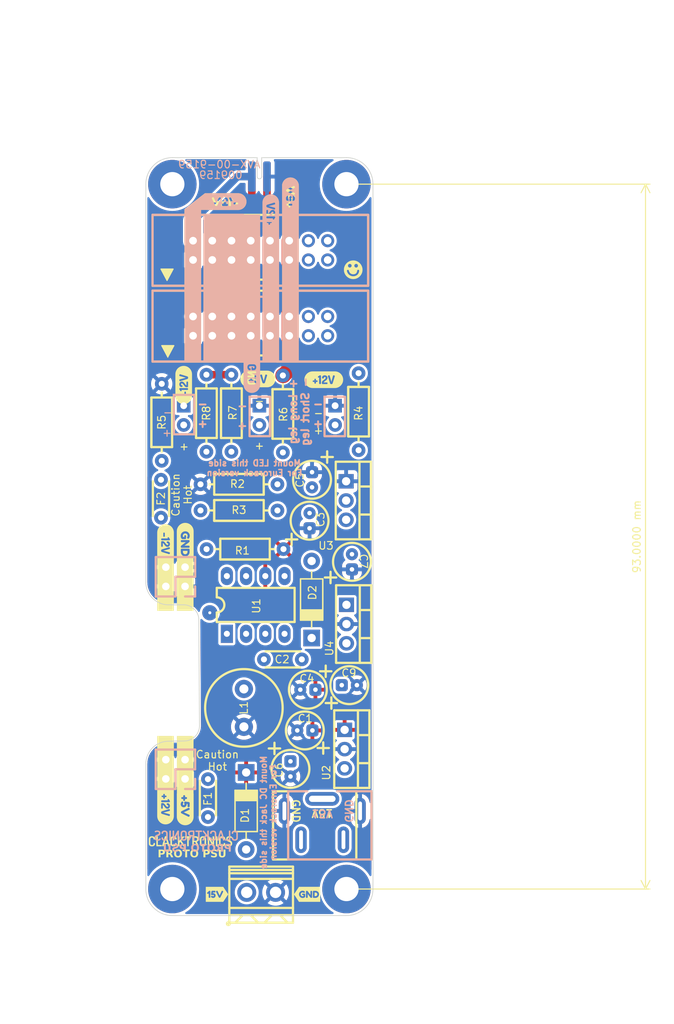
<source format=kicad_pcb>
(kicad_pcb (version 20221018) (generator pcbnew)
  (layers (0 "F.Cu" signal) (1 "In1.Cu" signal) (2 "In2.Cu" signal) (31 "B.Cu" signal) (34 "B.Paste" user) (35 "F.Paste" user) (36 "B.SilkS" user "B.Silkscreen") (37 "F.SilkS" user "F.Silkscreen") (38 "B.Mask" user) (39 "F.Mask" user) (44 "Edge.Cuts" user))
  (net 0 "")
  (net 1 "GND")
  (net 2 "Net-(U1-TC)")
  (net 3 "Net-(D2-A)")
  (net 4 "Net-(U2-OUT)")
  (net 5 "Net-(U3-VO)")
  (net 6 "+5V")
  (net 7 "Net-(D1-A)")
  (net 8 "Net-(D2-K)")
  (net 9 "Net-(D3-A)")
  (net 10 "Net-(D4-A)")
  (net 11 "-12V")
  (net 12 "Net-(D5-A)")
  (net 13 "+12V")
  (net 22 "Net-(U1-DC)")
  (net 23 "Net-(U1-Vfb)")
  (net 24 "VCC")
  (footprint "Clacktronics:D_TH_DO-41_P10.16mm" (layer "F.Cu") (at 137.9 104.38 90)
    (fp_text reference "D2" (at 5.98 0.1 90) (layer "F.SilkS"))
    (fp_text value "1N5819 ")
    (pad "1" thru_hole rect (at 0 0 90) (size 2.2 2.2) (drill 1.1) (layers "*.Cu" "*.Mask") (net 8 "Net-(D2-K)"))
    (pad "2" thru_hole oval (at 10.16 0 90) (size 2.2 2.2) (drill 1.1) (layers "*.Cu" "*.Mask") (net 3 "Net-(D2-A)"))
  )
  (footprint "Clacktronics:C_TH_Elec_5mm_P2mm" (layer "F.Cu") (at 137.95 83.5 -90)
    (fp_text reference "C5" (at 0.05 1.6 90) (layer "F.SilkS"))
    (fp_text value "100uF")
    (pad "1" thru_hole roundrect (at -1 0 270) (size 1.6 1.6) (drill 0.6) (layers "*.Cu" "*.Mask") (net 1 "GND"))
    (pad "2" thru_hole circle (at 1 0 270) (size 1.6 1.6) (drill 0.6) (layers "*.Cu" "*.Mask") (net 3 "Net-(D2-A)"))
  )
  (footprint "kibuzzard-63C6800E" (layer "F.Cu") (at 118.6 126.7 -90)
    (fp_text reference "kibuzzard-63C6800E" hide)
    (fp_text value "G***" hide)
  )
  (footprint "Clacktronics:C_TH_Disc_P5.00mm" (layer "F.Cu") (at 131.6 107.2)
    (fp_text reference "C2" (at 2.4 0) (layer "F.SilkS"))
    (fp_text value "220p")
    (pad "1" thru_hole circle (at 0 0) (size 1.8 1.8) (drill 0.8) (layers "*.Cu" "*.Mask") (net 2 "Net-(U1-TC)"))
    (pad "2" thru_hole circle (at 5 0) (size 1.8 1.8) (drill 0.8) (layers "*.Cu" "*.Mask") (net 3 "Net-(D2-A)"))
  )
  (footprint "Clacktronics:clacktronics_logo_11mm" (layer "F.Cu") (at 121.9 131.2)
    (fp_text reference "G***" hide)
    (fp_text value "LOGO" hide)
  )
  (footprint "Clacktronics:R_TH_Axial_250mw_P10.16mm_Horizontal" (layer "F.Cu") (at 123.22 84.1)
    (fp_text reference "R2" (at 4.88 -0.05) (layer "F.SilkS"))
    (fp_text value "11k")
    (pad "1" thru_hole circle (at 0 0) (size 1.8 1.8) (drill 0.8) (layers "*.Cu" "*.Mask") (net 1 "GND"))
    (pad "2" thru_hole circle (at 10.16 0) (size 1.8 1.8) (drill 0.8) (layers "*.Cu" "*.Mask") (net 23 "Net-(U1-Vfb)"))
  )
  (footprint "Clacktronics:LED_D3.0mm" (layer "F.Cu") (at 141 75 -90)
    (fp_text reference "D3" hide)
    (fp_text value "LED")
    (pad "1" thru_hole rect (at -1.27 0 270) (size 1.8 1.8) (drill 0.9) (layers "*.Cu" "*.Mask") (net 1 "GND"))
    (pad "2" thru_hole circle (at 1.27 0 270) (size 1.8 1.8) (drill 0.9) (layers "*.Cu" "*.Mask") (net 9 "Net-(D3-A)"))
  )
  (footprint "Clacktronics:R_TH_Axial_250mw_P10.16mm_Horizontal" (layer "F.Cu") (at 127.3 79.8 90)
    (fp_text reference "R7" (at 5.13 0.183334 90) (layer "F.SilkS"))
    (fp_text value "11k")
    (pad "1" thru_hole circle (at 0 0 90) (size 1.8 1.8) (drill 0.8) (layers "*.Cu" "*.Mask") (net 12 "Net-(D5-A)"))
    (pad "2" thru_hole circle (at 10.16 0 90) (size 1.8 1.8) (drill 0.8) (layers "*.Cu" "*.Mask") (net 6 "+5V"))
  )
  (footprint "Clacktronics:Eurorack_16_header" (layer "F.Cu") (at 122.235 54.5 90)
    (fp_text reference "J3" hide)
    (fp_text value "Conn_02x08_Odd_Even")
    (pad "1" thru_hole rect (at 0 0 90) (size 1.7272 1.7272) (drill 1.016) (layers "*.Cu" "*.Mask") (net 11 "-12V"))
    (pad "2" thru_hole oval (at 2.54 0 90) (size 1.7272 1.7272) (drill 1.016) (layers "*.Cu" "*.Mask") (net 11 "-12V"))
    (pad "3" thru_hole oval (at 0 2.54 90) (size 1.7272 1.7272) (drill 1.016) (layers "*.Cu" "*.Mask") (net 1 "GND"))
    (pad "4" thru_hole oval (at 2.54 2.54 90) (size 1.7272 1.7272) (drill 1.016) (layers "*.Cu" "*.Mask") (net 1 "GND"))
    (pad "5" thru_hole oval (at 0 5.08 90) (size 1.7272 1.7272) (drill 1.016) (layers "*.Cu" "*.Mask") (net 1 "GND"))
    (pad "6" thru_hole oval (at 2.54 5.08 90) (size 1.7272 1.7272) (drill 1.016) (layers "*.Cu" "*.Mask") (net 1 "GND"))
    (pad "7" thru_hole oval (at 0 7.62 90) (size 1.7272 1.7272) (drill 1.016) (layers "*.Cu" "*.Mask") (net 1 "GND"))
    (pad "8" thru_hole oval (at 2.54 7.62 90) (size 1.7272 1.7272) (drill 1.016) (layers "*.Cu" "*.Mask") (net 1 "GND"))
    (pad "9" thru_hole oval (at 0 10.16 90) (size 1.7272 1.7272) (drill 1.016) (layers "*.Cu" "*.Mask") (net 13 "+12V"))
    (pad "10" thru_hole oval (at 2.54 10.16 90) (size 1.7272 1.7272) (drill 1.016) (layers "*.Cu" "*.Mask") (net 13 "+12V"))
    (pad "11" thru_hole oval (at 0 12.7 90) (size 1.7272 1.7272) (drill 1.016) (layers "*.Cu" "*.Mask") (net 6 "+5V"))
    (pad "12" thru_hole oval (at 2.54 12.7 90) (size 1.7272 1.7272) (drill 1.016) (layers "*.Cu" "*.Mask") (net 6 "+5V"))
    (pad "13" thru_hole oval (at 0 15.24 90) (size 1.7272 1.7272) (drill 1.016) (layers "*.Cu" "*.Mask"))
    (pad "14" thru_hole oval (at 2.54 15.24 90) (size 1.7272 1.7272) (drill 1.016) (layers "*.Cu" "*.Mask"))
    (pad "15" thru_hole oval (at 0 17.78 90) (size 1.7272 1.7272) (drill 1.016) (layers "*.Cu" "*.Mask"))
    (pad "16" thru_hole oval (at 2.54 17.78 90) (size 1.7272 1.7272) (drill 1.016) (layers "*.Cu" "*.Mask"))
  )
  (footprint "Clacktronics:R_TH_Axial_250mw_P10.16mm_Horizontal" (layer "F.Cu") (at 134.1 79.9 90)
    (fp_text reference "R6" (at 5.03 0.066668 90) (layer "F.SilkS"))
    (fp_text value "11k")
    (pad "1" thru_hole circle (at 0 0 90) (size 1.8 1.8) (drill 0.8) (layers "*.Cu" "*.Mask") (net 12 "Net-(D5-A)"))
    (pad "2" thru_hole circle (at 10.16 0 90) (size 1.8 1.8) (drill 0.8) (layers "*.Cu" "*.Mask") (net 6 "+5V"))
  )
  (footprint "kibuzzard-6399A8B6" (layer "F.Cu") (at 137.3 138.2)
    (fp_text reference "kibuzzard-6399A8B6" hide)
    (fp_text value "G***" hide)
  )
  (footprint "Clacktronics:R_TH_Axial_250mw_P10.16mm_Horizontal" (layer "F.Cu") (at 133.38 87.55 180)
    (fp_text reference "R3" (at 5.08 0.05) (layer "F.SilkS"))
    (fp_text value "1k")
    (pad "1" thru_hole circle (at 0 0 180) (size 1.8 1.8) (drill 0.8) (layers "*.Cu" "*.Mask") (net 3 "Net-(D2-A)"))
    (pad "2" thru_hole circle (at 10.16 0 180) (size 1.8 1.8) (drill 0.8) (layers "*.Cu" "*.Mask") (net 23 "Net-(U1-Vfb)"))
  )
  (footprint "kibuzzard-63C68039" (layer "F.Cu") (at 118.6 91.6 -90)
    (fp_text reference "kibuzzard-63C68039" hide)
    (fp_text value "G***" hide)
  )
  (footprint "Clacktronics:R_TH_Axial_250mw_P10.16mm_Horizontal" (layer "F.Cu") (at 134.18 92.65 180)
    (fp_text reference "R1" (at 5.43 -0.2) (layer "F.SilkS"))
    (fp_text value "0R220")
    (pad "1" thru_hole circle (at 0 0 180) (size 1.8 1.8) (drill 0.8) (layers "*.Cu" "*.Mask") (net 24 "VCC"))
    (pad "2" thru_hole circle (at 10.16 0 180) (size 1.8 1.8) (drill 0.8) (layers "*.Cu" "*.Mask") (net 22 "Net-(U1-DC)"))
  )
  (footprint "kibuzzard-6399ABE2" (layer "F.Cu") (at 121.199992 91.500008 -90)
    (fp_text reference "kibuzzard-6399ABE2" hide)
    (fp_text value "G***" hide)
  )
  (footprint "Package_DIP:DIP-8_W7.62mm_LongPads" (layer "F.Cu") (at 126.7 103.825 90)
    (fp_text reference "U1" (at 3.67 3.9 90) (layer "F.SilkS"))
    (fp_text value "MC34063AD")
    (pad "1" thru_hole rect (at 0 0 90) (size 2.4 1.6) (drill 0.8) (layers "*.Cu" "*.Mask") (net 22 "Net-(U1-DC)"))
    (pad "2" thru_hole oval (at 0 2.54 90) (size 2.4 1.6) (drill 0.8) (layers "*.Cu" "*.Mask") (net 8 "Net-(D2-K)"))
    (pad "3" thru_hole oval (at 0 5.08 90) (size 2.4 1.6) (drill 0.8) (layers "*.Cu" "*.Mask") (net 2 "Net-(U1-TC)"))
    (pad "4" thru_hole oval (at 0 7.62 90) (size 2.4 1.6) (drill 0.8) (layers "*.Cu" "*.Mask") (net 3 "Net-(D2-A)"))
    (pad "5" thru_hole oval (at 7.62 7.62 90) (size 2.4 1.6) (drill 0.8) (layers "*.Cu" "*.Mask") (net 23 "Net-(U1-Vfb)"))
    (pad "6" thru_hole oval (at 7.62 5.08 90) (size 2.4 1.6) (drill 0.8) (layers "*.Cu" "*.Mask") (net 24 "VCC"))
    (pad "7" thru_hole oval (at 7.62 2.54 90) (size 2.4 1.6) (drill 0.8) (layers "*.Cu" "*.Mask") (net 22 "Net-(U1-DC)"))
    (pad "8" thru_hole oval (at 7.62 0 90) (size 2.4 1.6) (drill 0.8) (layers "*.Cu" "*.Mask") (net 22 "Net-(U1-DC)"))
  )
  (footprint "Clacktronics:C_TH_Disc_P5.00mm" (layer "F.Cu") (at 118 83.5 -90)
    (fp_text reference "F2" (at 2.5 0 90) (layer "F.SilkS"))
    (fp_text value "JK60-030")
    (pad "1" thru_hole circle (at 0 0 270) (size 1.8 1.8) (drill 0.8) (layers "*.Cu" "*.Mask") (net 5 "Net-(U3-VO)"))
    (pad "2" thru_hole circle (at 5 0 270) (size 1.8 1.8) (drill 0.8) (layers "*.Cu" "*.Mask") (net 11 "-12V"))
  )
  (footprint "Clacktronics:C_TH_Elec_5mm_P2mm" (layer "F.Cu") (at 137.4 111.2 180)
    (fp_text reference "C4" (at 0.125 1.475) (layer "F.SilkS"))
    (fp_text value "100uF")
    (pad "1" thru_hole roundrect (at -1 0 180) (size 1.6 1.6) (drill 0.6) (layers "*.Cu" "*.Mask") (net 24 "VCC"))
    (pad "2" thru_hole circle (at 1 0 180) (size 1.6 1.6) (drill 0.6) (layers "*.Cu" "*.Mask") (net 1 "GND"))
  )
  (footprint "Clacktronics:D_TH_DO-41_P10.16mm" (layer "F.Cu") (at 129.25 122.12 -90)
    (fp_text reference "D1" (at 5.68 0.155 90) (layer "F.SilkS"))
    (fp_text value "1N5819 ")
    (pad "1" thru_hole rect (at 0 0 270) (size 2.2 2.2) (drill 1.1) (layers "*.Cu" "*.Mask") (net 24 "VCC"))
    (pad "2" thru_hole oval (at 10.16 0 270) (size 2.2 2.2) (drill 1.1) (layers "*.Cu" "*.Mask") (net 7 "Net-(D1-A)"))
  )
  (footprint "Clacktronics:R_TH_Axial_250mw_P10.16mm_Horizontal" (layer "F.Cu") (at 144.1 79.6 90)
    (fp_text reference "R4" (at 4.88 0 270) (layer "F.SilkS"))
    (fp_text value "11k")
    (pad "1" thru_hole circle (at 0 0 90) (size 1.8 1.8) (drill 0.8) (layers "*.Cu" "*.Mask") (net 9 "Net-(D3-A)"))
    (pad "2" thru_hole circle (at 10.16 0 90) (size 1.8 1.8) (drill 0.8) (layers "*.Cu" "*.Mask") (net 13 "+12V"))
  )
  (footprint "Clacktronics:C_TH_Elec_5mm_P2mm" (layer "F.Cu") (at 142.875 110.6)
    (fp_text reference "C9" (at -0.05 -1.6) (layer "F.SilkS"))
    (fp_text value "10uf")
    (pad "1" thru_hole roundrect (at -1 0) (size 1.6 1.6) (drill 0.6) (layers "*.Cu" "*.Mask") (net 6 "+5V"))
    (pad "2" thru_hole circle (at 1 0) (size 1.6 1.6) (drill 0.6) (layers "*.Cu" "*.Mask") (net 1 "GND"))
  )
  (footprint "Clacktronics:LED_D3.0mm" (layer "F.Cu") (at 131 75 -90)
    (fp_text reference "D5" hide)
    (fp_text value "LED")
    (pad "1" thru_hole rect (at -1.27 0 270) (size 1.8 1.8) (drill 0.9) (layers "*.Cu" "*.Mask") (net 1 "GND"))
    (pad "2" thru_hole circle (at 1.27 0 270) (size 1.8 1.8) (drill 0.9) (layers "*.Cu" "*.Mask") (net 12 "Net-(D5-A)"))
  )
  (footprint "kibuzzard-63C1342B" (layer "F.Cu") (at 139.5 70.3)
    (fp_text reference "kibuzzard-63C1342B" hide)
    (fp_text value "G***" hide)
  )
  (footprint "kibuzzard-63C133C2" (layer "F.Cu") (at 130.8 70.2)
    (fp_text reference "kibuzzard-63C133C2" hide)
    (fp_text value "G***" hide)
  )
  (footprint "MountingHole:MountingHole_3.2mm_M3_Pad" (layer "F.Cu") (at 142.5 44.5)
    (fp_text reference "REF**" hide)
    (fp_text value "MountingHole_3.2mm_M3_Pad" hide)
    (pad "1" thru_hole circle locked (at 0 0) (size 6.4 6.4) (drill 3.2) (layers "*.Cu" "*.Mask"))
  )
  (footprint "kibuzzard-6399A96E" (layer "F.Cu") (at 126.9 46.8)
    (fp_text reference "kibuzzard-6399A96E" hide)
    (fp_text value "G***" hide)
  )
  (footprint "Clacktronics:R_TH_Axial_250mw_P10.16mm_Horizontal" (layer "F.Cu") (at 124 79.8 90)
    (fp_text reference "R8" (at 5.08 0 90) (layer "F.SilkS"))
    (fp_text value "11k")
    (pad "1" thru_hole circle (at 0 0 90) (size 1.8 1.8) (drill 0.8) (layers "*.Cu" "*.Mask") (net 12 "Net-(D5-A)"))
    (pad "2" thru_hole circle (at 10.16 0 90) (size 1.8 1.8) (drill 0.8) (layers "*.Cu" "*.Mask") (net 6 "+5V"))
  )
  (footprint "Package_TO_SOT_THT:TO-220-3_Vertical" (layer "F.Cu") (at 142.455 83.7 -90)
    (fp_text reference "U3" (at 8.5 2.655 180) (layer "F.SilkS"))
    (fp_text value "L7912")
    (pad "1" thru_hole rect (at 0 0 270) (size 1.905 2) (drill 1.1) (layers "*.Cu" "*.Mask") (net 1 "GND"))
    (pad "2" thru_hole oval (at 2.54 0 270) (size 1.905 2) (drill 1.1) (layers "*.Cu" "*.Mask") (net 3 "Net-(D2-A)"))
    (pad "3" thru_hole oval (at 5.08 0 270) (size 1.905 2) (drill 1.1) (layers "*.Cu" "*.Mask") (net 5 "Net-(U3-VO)"))
  )
  (footprint "Inductor_THT:L_Radial_D10.0mm_P5.00mm_Neosid_SD12_style3" (layer "F.Cu") (at 128.95 111.1 -90)
    (fp_text reference "L1" (at 2.5 0 90) (layer "F.SilkS"))
    (fp_text value "220uH")
    (pad "1" thru_hole circle (at 0 0 270) (size 2.4 2.4) (drill 1.2) (layers "*.Cu" "*.Mask") (net 8 "Net-(D2-K)"))
    (pad "2" thru_hole circle (at 5 0 270) (size 2.4 2.4) (drill 1.2) (layers "*.Cu" "*.Mask") (net 1 "GND"))
  )
  (footprint "kibuzzard-6399A927" (layer "F.Cu") (at 121.199992 127.000008 -90)
    (fp_text reference "kibuzzard-6399A927" hide)
    (fp_text value "G***" hide)
  )
  (footprint "Clacktronics:face" (layer "F.Cu") (at 143.4 55.82)
    (fp_text reference "G***" hide)
    (fp_text value "LOGO" hide)
  )
  (footprint "MountingHole:MountingHole_3.2mm_M3_Pad" (layer "F.Cu") (at 119.5 137.5)
    (fp_text reference "REF**" hide)
    (fp_text value "MountingHole_3.2mm_M3_Pad" hide)
    (pad "1" thru_hole circle locked (at 0 0) (size 6.4 6.4) (drill 3.2) (layers "*.Cu" "*.Mask"))
  )
  (footprint "Clacktronics:LED_D3.0mm" (layer "F.Cu") (at 121 75 -90)
    (fp_text reference "D4" hide)
    (fp_text value "LED")
    (pad "1" thru_hole rect (at -1.27 0 270) (size 1.8 1.8) (drill 0.9) (layers "*.Cu" "*.Mask") (net 11 "-12V"))
    (pad "2" thru_hole circle (at 1.27 0 270) (size 1.8 1.8) (drill 0.9) (layers "*.Cu" "*.Mask") (net 10 "Net-(D4-A)"))
  )
  (footprint "kibuzzard-6399A927" (layer "F.Cu") (at 135.1 45.7 90)
    (fp_text reference "kibuzzard-6399A927" hide)
    (fp_text value "G***" hide)
  )
  (footprint "Clacktronics:Eurorack_16_header" (layer "F.Cu") (at 122.235 64.5 90)
    (fp_text reference "J2" hide)
    (fp_text value "Conn_02x08_Odd_Even")
    (pad "1" thru_hole rect (at 0 0 90) (size 1.7272 1.7272) (drill 1.016) (layers "*.Cu" "*.Mask") (net 11 "-12V"))
    (pad "2" thru_hole oval (at 2.54 0 90) (size 1.7272 1.7272) (drill 1.016) (layers "*.Cu" "*.Mask") (net 11 "-12V"))
    (pad "3" thru_hole oval (at 0 2.54 90) (size 1.7272 1.7272) (drill 1.016) (layers "*.Cu" "*.Mask") (net 1 "GND"))
    (pad "4" thru_hole oval (at 2.54 2.54 90) (size 1.7272 1.7272) (drill 1.016) (layers "*.Cu" "*.Mask") (net 1 "GND"))
    (pad "5" thru_hole oval (at 0 5.08 90) (size 1.7272 1.7272) (drill 1.016) (layers "*.Cu" "*.Mask") (net 1 "GND"))
    (pad "6" thru_hole oval (at 2.54 5.08 90) (size 1.7272 1.7272) (drill 1.016) (layers "*.Cu" "*.Mask") (net 1 "GND"))
    (pad "7" thru_hole oval (at 0 7.62 90) (size 1.7272 1.7272) (drill 1.016) (layers "*.Cu" "*.Mask") (net 1 "GND"))
    (pad "8" thru_hole oval (at 2.54 7.62 90) (size 1.7272 1.7272) (drill 1.016) (layers "*.Cu" "*.Mask") (net 1 "GND"))
    (pad "9" thru_hole oval (at 0 10.16 90) (size 1.7272 1.7272) (drill 1.016) (layers "*.Cu" "*.Mask") (net 13 "+12V"))
    (pad "10" thru_hole oval (at 2.54 10.16 90) (size 1.7272 1.7272) (drill 1.016) (layers "*.Cu" "*.Mask") (net 13 "+12V"))
    (pad "11" thru_hole oval (at 0 12.7 90) (size 1.7272 1.7272) (drill 1.016) (layers "*.Cu" "*.Mask") (net 6 "+5V"))
    (pad "12" thru_hole oval (at 2.54 12.7 90) (size 1.7272 1.7272) (drill 1.016) (layers "*.Cu" "*.Mask") (net 6 "+5V"))
    (pad "13" thru_hole oval (at 0 15.24 90) (size 1.7272 1.7272) (drill 1.016) (layers "*.Cu" "*.Mask"))
    (pad "14" thru_hole oval (at 2.54 15.24 90) (size 1.7272 1.7272) (drill 1.016) (layers "*.Cu" "*.Mask"))
    (pad "15" thru_hole oval (at 0 17.78 90) (size 1.7272 1.7272) (drill 1.016) (layers "*.Cu" "*.Mask"))
    (pad "16" thru_hole oval (at 2.54 17.78 90) (size 1.7272 1.7272) (drill 1.016) (layers "*.Cu" "*.Mask"))
  )
  (footprint "MountingHole:MountingHole_3.2mm_M3_Pad" (layer "F.Cu") (at 119.5 44.5)
    (fp_text reference "REF**" hide)
    (fp_text value "MountingHole_3.2mm_M3_Pad" hide)
    (pad "1" thru_hole circle locked (at 0 0) (size 6.4 6.4) (drill 3.2) (layers "*.Cu" "*.Mask"))
  )
  (footprint "Clacktronics:R_TH_Axial_250mw_P10.16mm_Horizontal" (layer "F.Cu") (at 118.1 81 90)
    (fp_text reference "R5" (at 5.08 0 270) (layer "F.SilkS"))
    (fp_text value "11k")
    (pad "1" thru_hole circle (at 0 0 90) (size 1.8 1.8) (drill 0.8) (layers "*.Cu" "*.Mask") (net 10 "Net-(D4-A)"))
    (pad "2" thru_hole circle (at 10.16 0 90) (size 1.8 1.8) (drill 0.8) (layers "*.Cu" "*.Mask") (net 1 "GND"))
  )
  (footprint "Clacktronics:AVX-00-9159-004" (layer "F.Cu") (at 131 41)
    (fp_text reference "J8" hide)
    (fp_text value "AVX-00-9159" (at -5.3 0.9 unlocked) (layer "B.SilkS") (effects (justify mirror)))
    (pad "1" connect roundrect (at -1 2.5) (size 1 4) (layers "F.Cu" "F.Mask") (net 13 "+12V"))
    (pad "2" connect roundrect (at 1 2.5) (size 1 4) (layers "F.Cu" "F.Mask") (net 6 "+5V"))
    (pad "3" connect roundrect (at -1 2.5) (size 1 4) (layers "B.Cu" "B.Mask") (net 11 "-12V"))
    (pad "4" connect roundrect (at 1 2.5) (size 1 4) (layers "B.Cu" "B.Mask") (net 1 "GND"))
  )
  (footprint "Package_TO_SOT_THT:TO-220-3_Vertical" (layer "F.Cu") (at 142.5 100 -90)
    (fp_text reference "U4" (at 5.75 2.25 90) (layer "F.SilkS"))
    (fp_text value "L7805")
    (pad "1" thru_hole rect (at 0 0 270) (size 1.905 2) (drill 1.1) (layers "*.Cu" "*.Mask") (net 13 "+12V"))
    (pad "2" thru_hole oval (at 2.54 0 270) (size 1.905 2) (drill 1.1) (layers "*.Cu" "*.Mask") (net 1 "GND"))
    (pad "3" thru_hole oval (at 5.08 0 270) (size 1.905 2) (drill 1.1) (layers "*.Cu" "*.Mask") (net 6 "+5V"))
  )
  (footprint "Package_TO_SOT_THT:TO-220-3_Vertical" (layer "F.Cu") (at 142.255 116.5 -90)
    (fp_text reference "U2" (at 5.65 2.405 -270) (layer "F.SilkS"))
    (fp_text value "L7812")
    (pad "1" thru_hole rect (at 0 0 270) (size 1.905 2) (drill 1.1) (layers "*.Cu" "*.Mask") (net 24 "VCC"))
    (pad "2" thru_hole oval (at 2.54 0 270) (size 1.905 2) (drill 1.1) (layers "*.Cu" "*.Mask") (net 1 "GND"))
    (pad "3" thru_hole oval (at 5.08 0 270) (size 1.905 2) (drill 1.1) (layers "*.Cu" "*.Mask") (net 4 "Net-(U2-OUT)"))
  )
  (footprint "Clacktronics:DC-012A-20A" (layer "F.Cu") (at 139.3 129.1 -90)
    (fp_text reference "J4" hide)
    (fp_text value "Jack-DC")
    (pad "1" thru_hole oval (at -3.5 0 270) (size 1.8 4.5) (drill oval 0.8 3.5) (layers "*.Cu" "*.Mask") (net 7 "Net-(D1-A)"))
    (pad "2" thru_hole oval (at -1.9 5 180) (size 1.5 3.5) (drill oval 0.5 2.5) (layers "*.Cu" "*.Mask") (net 1 "GND"))
    (pad "3" thru_hole oval (at 1.9 2.8 180) (size 1.5 3.5) (drill oval 0.5 2.5) (layers "*.Cu" "*.Mask"))
  )
  (footprint "Clacktronics:C_TH_Elec_5mm_P2mm" (layer "F.Cu") (at 143.225 94.325 90)
    (fp_text reference "C7" (at 0.075 1.525 270 unlocked) (layer "F.SilkS"))
    (fp_text value "10uf")
    (pad "1" thru_hole roundrect (at -1 0 90) (size 1.6 1.6) (drill 0.6) (layers "*.Cu" "*.Mask") (net 1 "GND"))
    (pad "2" thru_hole circle (at 1 0 90) (size 1.6 1.6) (drill 0.6) (layers "*.Cu" "*.Mask") (net 5 "Net-(U3-VO)"))
  )
  (footprint "MountingHole:MountingHole_3.2mm_M3_Pad" (layer "F.Cu") (at 142.5 137.5)
    (fp_text reference "REF**" hide)
    (fp_text value "MountingHole_3.2mm_M3_Pad" hide)
    (pad "1" thru_hole circle locked (at 0 0) (size 6.4 6.4) (drill 3.2) (layers "*.Cu" "*.Mask"))
  )
  (footprint "kibuzzard-6399A8D9" (layer "F.Cu") (at 125.4 138.2)
    (fp_text reference "kibuzzard-6399A8D9" hide)
    (fp_text value "G***" hide)
  )
  (footprint "Clacktronics:C_TH_Elec_5mm_P2mm" (layer "F.Cu") (at 135.1 121.65 -90)
    (fp_text reference "C6" (at 0.15 1.525 90) (layer "F.SilkS"))
    (fp_text value "10uf")
    (pad "1" thru_hole roundrect (at -1 0 270) (size 1.6 1.6) (drill 0.6) (layers "*.Cu" "*.Mask") (net 4 "Net-(U2-OUT)"))
    (pad "2" thru_hole circle (at 1 0 270) (size 1.6 1.6) (drill 0.6) (layers "*.Cu" "*.Mask") (net 1 "GND"))
  )
  (footprint "footprints:CONN-TH_2P-P3.81_DB125-3.81-2P-BK-S" (layer "F.Cu") (at 131.229997 138.24)
    (fp_text reference "J5" hide)
    (fp_text value "Screw_Terminal_01x02")
    (pad "1" thru_hole circle (at -1.905004 -0.3) (size 2.5 2.5) (drill 1.500025) (layers "*.Cu" "*.Mask") (net 7 "Net-(D1-A)"))
    (pad "2" thru_hole circle (at 1.905004 -0.3) (size 2.5 2.5) (drill 1.500025) (layers "*.Cu" "*.Mask") (net 1 "GND"))
  )
  (footprint "Clacktronics:C_TH_Elec_5mm_P2mm" (layer "F.Cu") (at 137 116.575 180)
    (fp_text reference "C1" (at -0.05 1.575) (layer "F.SilkS"))
    (fp_text value "100uF")
    (pad "1" thru_hole roundrect (at -1 0 180) (size 1.6 1.6) (drill 0.6) (layers "*.Cu" "*.Mask") (net 24 "VCC"))
    (pad "2" thru_hole circle (at 1 0 180) (size 1.6 1.6) (drill 0.6) (layers "*.Cu" "*.Mask") (net 1 "GND"))
  )
  (footprint "kibuzzard-63C133DA" (layer "F.Cu") (at 121 71 90)
    (fp_text reference "kibuzzard-63C133DA" hide)
    (fp_text value "G***" hide)
  )
  (footprint "Clacktronics:C_TH_Disc_P5.00mm" (layer "F.Cu") (at 124.2 123 -90)
    (fp_text reference "F1" (at 2.6 0.01 90) (layer "F.SilkS"))
    (fp_text value "JK60-030")
    (pad "1" thru_hole circle (at 0 0 270) (size 1.8 1.8) (drill 0.8) (layers "*.Cu" "*.Mask") (net 4 "Net-(U2-OUT)"))
    (pad "2" thru_hole circle (at 5 0 270) (size 1.8 1.8) (drill 0.8) (layers "*.Cu" "*.Mask") (net 13 "+12V"))
  )
  (footprint "Clacktronics:C_TH_Elec_5mm_P2mm" (layer "F.Cu") (at 137.625 88.9 90)
    (fp_text reference "C3" (at 0.15 1.45 90) (layer "F.SilkS"))
    (fp_text value "100uF")
    (pad "1" thru_hole roundrect (at -1 0 90) (size 1.6 1.6) (drill 0.6) (layers "*.Cu" "*.Mask") (net 1 "GND"))
    (pad "2" thru_hole circle (at 1 0 90) (size 1.6 1.6) (drill 0.6) (layers "*.Cu" "*.Mask") (net 3 "Net-(D2-A)"))
  )
  (footprint "Connector_PinHeader_2.54mm:PinHeader_2x02_P2.54mm_Vertical" (layer "B.Cu") (at 121.179992 97.570008 90)
    (fp_text reference "J6" hide)
    (fp_text value "Conn_02x02_Odd_Even")
    (pad "1" thru_hole rect (at 0 0 90) (size 1.7 1.7) (drill 1) (layers "*.Cu" "*.Mask") (net 1 "GND"))
    (pad "2" thru_hole oval (at 2.54 0 90) (size 1.7 1.7) (drill 1) (layers "*.Cu" "*.Mask") (net 1 "GND"))
    (pad "3" thru_hole oval (at 0 -2.54 90) (size 1.7 1.7) (drill 1) (layers "*.Cu" "*.Mask") (net 11 "-12V"))
    (pad "4" thru_hole oval (at 2.54 -2.54 90) (size 1.7 1.7) (drill 1) (layers "*.Cu" "*.Mask") (net 11 "-12V"))
  )
  (footprint "kibuzzard-6399A927" (layer "B.Cu") (at 135.1 45.7 90)
    (fp_text reference "kibuzzard-6399A927" hide)
    (fp_text value "G***" hide)
  )
  (footprint "Clacktronics:clacktronics_logo_11mm" (layer "B.Cu") (at 122.65 130.45 180)
    (fp_text reference "G***" hide)
    (fp_text value "LOGO" hide)
  )
  (footprint "Connector_PinHeader_2.54mm:PinHeader_2x02_P2.54mm_Vertical" (layer "B.Cu") (at 121.179992 122.970008 90)
    (fp_text reference "J7" hide)
    (fp_text value "Conn_02x02_Odd_Even")
    (pad "1" thru_hole rect (at 0 0 90) (size 1.7 1.7) (drill 1) (layers "*.Cu" "*.Mask") (net 6 "+5V"))
    (pad "2" thru_hole oval (at 2.54 0 90) (size 1.7 1.7) (drill 1) (layers "*.Cu" "*.Mask") (net 6 "+5V"))
    (pad "3" thru_hole oval (at 0 -2.54 90) (size 1.7 1.7) (drill 1) (layers "*.Cu" "*.Mask") (net 13 "+12V"))
    (pad "4" thru_hole oval (at 2.54 -2.54 90) (size 1.7 1.7) (drill 1) (layers "*.Cu" "*.Mask") (net 13 "+12V"))
  )
  (footprint "Clacktronics:DC-012A-20A" (layer "B.Cu") (at 139.3 129.1 -90)
    (fp_text reference "J1" hide)
    (fp_text value "Jack-DC")
    (pad "1" thru_hole oval (at -3.5 0 270) (size 1.8 4.5) (drill oval 0.8 3.5) (layers "*.Cu" "*.Mask") (net 7 "Net-(D1-A)"))
    (pad "2" thru_hole oval (at -1.9 -5) (size 1.5 3.5) (drill oval 0.5 2.5) (layers "*.Cu" "*.Mask") (net 1 "GND"))
    (pad "3" thru_hole oval (at 1.9 -2.8) (size 1.5 3.5) (drill oval 0.5 2.5) (layers "*.Cu" "*.Mask"))
  )
  (footprint "kibuzzard-6399AAFB" (layer "B.Cu") (at 126.9 46.8 180)
    (fp_text reference "kibuzzard-6399AAFB" hide)
    (fp_text value "G***" hide)
  )
  (footprint "kibuzzard-63C1369E" (layer "B.Cu") (at 130 69.9 -90)
    (fp_text reference "kibuzzard-63C1369E" hide)
    (fp_text value "G***" hide)
  )
  (footprint "Clacktronics:horsecrab" (layer "B.Cu") (at 128.57 87.77 180)
    (fp_text reference "G***" hide)
    (fp_text value "LOGO" hide)
  )
  (footprint "kibuzzard-63C13629" (layer "B.Cu") (at 132.5 48.1 90)
    (fp_text reference "kibuzzard-63C13629" hide)
    (fp_text value "G***" hide)
  )
  (gr_rect (start 134 47.7) (end 136.2 67.9) (fill solid) (layer "B.SilkS"))
  (gr_rect (start 131.4 50.3) (end 133.6 67.9) (fill solid) (layer "B.SilkS"))
  (gr_poly (pts (xy 124.6 47.9) (xy 123.3 47.9) (xy 123.3 48.8) (xy 121.1 48.8) (xy 121.1 47.8) (xy 123.8 45.7) (xy 124.6 45.7)) (fill solid) (layer "B.SilkS"))
  (gr_rect (start 139.6 72.55) (end 142.3 77.75) (stroke (width 0.3)) (fill none) (layer "B.SilkS"))
  (gr_rect (start 123.6 48.5) (end 131.1 67.9) (fill solid) (layer "B.SilkS"))
  (gr_rect (start 119.7 72.3) (end 122.4 77.5) (stroke (width 0.3)) (fill none) (layer "B.SilkS"))
  (gr_rect (start 129.7 72.55) (end 132.4 77.75) (stroke (width 0.3)) (fill none) (layer "B.SilkS"))
  (gr_rect (start 121.1 48.5) (end 123.3 67.9) (fill solid) (layer "B.SilkS"))
  (gr_poly (pts (xy 118.8 57.2) (xy 118 55.7) (xy 119.6 55.7)) (stroke (width 0.15)) (fill solid) (layer "F.SilkS"))
  (gr_rect (start 117.499992 117.300008) (end 119.699992 124.450008) (fill solid) (layer "F.SilkS"))
  (gr_poly (pts (xy 124.6 47.9) (xy 123.3 47.9) (xy 123.3 48.8) (xy 121.1 48.5) (xy 121.1 47.8) (xy 123.8 45.7) (xy 124.6 45.7)) (fill solid) (layer "F.SilkS"))
  (gr_rect (start 120.099992 117.300008) (end 122.299992 125.000008) (fill solid) (layer "F.SilkS"))
  (gr_rect (start 120.099992 93.700008) (end 122.299992 100.800008) (fill solid) (layer "F.SilkS"))
  (gr_rect (start 117.499992 93.712508) (end 119.699992 100.800008) (fill solid) (layer "F.SilkS"))
  (gr_rect (start 121.1 48.5) (end 123.3 67.9) (fill solid) (layer "F.SilkS"))
  (gr_poly (pts (xy 118.9 67.3) (xy 118.1 65.8) (xy 119.7 65.8)) (stroke (width 0.15)) (fill solid) (layer "F.SilkS"))
  (gr_rect (start 134 47.7) (end 136.2 67.9) (fill solid) (layer "F.SilkS"))
  (gr_line (start 118.999992 118.000008) (end 121.085776 117.964472) (stroke (width 0.1)) (layer "Edge.Cuts"))
  (gr_line (start 115.999992 121.000008) (end 116 137.5) (stroke (width 0.1)) (layer "Edge.Cuts"))
  (gr_arc (start 119.5 141) (mid 117.025126 139.974874) (end 116 137.5) (stroke (width 0.1)) (layer "Edge.Cuts"))
  (gr_arc (start 118.999992 100.000008) (mid 116.878672 99.121328) (end 115.999992 97.000008) (stroke (width 0.1)) (layer "Edge.Cuts"))
  (gr_line (start 118.999992 100.000008) (end 120.999992 100.000008) (stroke (width 0.1)) (layer "Edge.Cuts"))
  (gr_line (start 116 44.5) (end 115.999992 97.000008) (stroke (width 0.1)) (layer "Edge.Cuts"))
  (gr_arc (start 120.999992 100.000008) (mid 122.414208 100.585792) (end 122.999992 102.000008) (stroke (width 0.1)) (layer "Edge.Cuts"))
  (gr_line (start 142.5 41) (end 131.3 41) (stroke (width 0.1)) (layer "Edge.Cuts"))
  (gr_line (start 131.3 41) (end 131.3 43.5) (stroke (width 0.1)) (layer "Edge.Cuts"))
  (gr_line (start 146 44.5) (end 146 137.5) (stroke (width 0.1)) (layer "Edge.Cuts"))
  (gr_line (start 130.7 41) (end 130.7 43.5) (stroke (width 0.1)) (layer "Edge.Cuts"))
  (gr_arc (start 123.085776 115.964472) (mid 122.499992 117.378688) (end 121.085776 117.964472) (stroke (width 0.1)) (layer "Edge.Cuts"))
  (gr_line (start 130.7 41) (end 119.5 41) (stroke (width 0.1)) (layer "Edge.Cuts"))
  (gr_arc (start 116 44.5) (mid 117.025126 42.025126) (end 119.5 41) (stroke (width 0.1)) (layer "Edge.Cuts"))
  (gr_line (start 123.085776 115.964472) (end 122.999992 102.000008) (stroke (width 0.1)) (layer "Edge.Cuts"))
  (gr_arc (start 115.999992 121.000008) (mid 116.878672 118.878688) (end 118.999992 118.000008) (stroke (width 0.1)) (layer "Edge.Cuts"))
  (gr_arc (start 131.3 43.5) (mid 131 43.8) (end 130.7 43.5) (stroke (width 0.1)) (layer "Edge.Cuts"))
  (gr_line (start 119.5 141) (end 142.5 141) (stroke (width 0.1)) (layer "Edge.Cuts"))
  (gr_arc (start 146 137.5) (mid 144.974874 139.974874) (end 142.5 141) (stroke (width 0.1)) (layer "Edge.Cuts"))
  (gr_arc (start 142.5 41) (mid 144.974874 42.025126) (end 146 44.5) (stroke (width 0.1)) (layer "Edge.Cuts"))
  (gr_text "-" (at 128.75 73.75) (layer "B.SilkS") (effects (font (size 1 1) (thickness 0.25) bold)))
  (gr_text "Mount LED this side\nFor Eurorack version" (at 130.35 81.95) (layer "B.SilkS") (effects (font (size 0.8 0.8) (thickness 0.2)) (justify mirror)))
  (gr_text "GND" (at 142.8 127.2 270) (layer "B.SilkS") (effects (font (size 1 1) (thickness 0.2)) (justify mirror)))
  (gr_text "+" (at 128.75 76.35) (layer "B.SilkS") (effects (font (size 1 1) (thickness 0.25) bold) (justify mirror)))
  (gr_text "+" (at 118.8 77.3) (layer "B.SilkS") (effects (font (size 1 1)) (justify mirror)))
  (gr_text "15V" (at 139.3 127.55 180) (layer "B.SilkS") (effects (font (size 1 1) (thickness 0.2)) (justify mirror)))
  (gr_text "-" (at 118.9 74.6) (layer "B.SilkS") (effects (font (size 1 1))))
  (gr_text "PROTO PSU" (at 122.8 132.15) (layer "B.SilkS") (effects (font (size 1 1) (thickness 0.2) bold) (justify mirror)))
  (gr_text "+" (at 123.5 76.1) (layer "B.SilkS") (effects (font (size 1 1) (thickness 0.25) bold) (justify mirror)))
  (gr_text "009159" (at 125.9 43.3) (layer "B.SilkS") (effects (font (size 1 1)) (justify mirror)))
  (gr_text "+" (at 138.75 76.1) (layer "B.SilkS") (effects (font (size 1 1) (thickness 0.25) bold) (justify mirror)))
  (gr_text "Mount DC Jack this side\nFor Eurorack version" (at 132.2 127.4 90) (layer "B.SilkS") (effects (font (size 0.8 0.8) (thickness 0.2)) (justify mirror)))
  (gr_text "+ Long leg\n- Short leg" (at 136.25 74.5 90) (layer "B.SilkS") (effects (font (size 1 1) (thickness 0.25) bold) (justify mirror)))
  (gr_text "-" (at 138.75 73.5) (layer "B.SilkS") (effects (font (size 1 1) (thickness 0.25) bold)))
  (gr_text "-" (at 123.5 73.5) (layer "B.SilkS") (effects (font (size 1 1) (thickness 0.25) bold)))
  (gr_text "+" (at 131 79) (layer "F.SilkS") (effects (font (size 1 1))))
  (gr_text "15V" (at 139.3 127.5 180) (layer "F.SilkS") (effects (font (size 1 1) (thickness 0.2))))
  (gr_text "PROTO PSU" (at 122.1 132.9) (layer "F.SilkS") (effects (font (size 1 1) (thickness 0.2) bold)))
  (gr_text "GND" (at 135.8 127.2 270) (layer "F.SilkS") (effects (font (size 1 1) (thickness 0.2))))
  (gr_text "Caution\nHot" (at 125.45 120.55) (layer "F.SilkS") (effects (font (size 1 1))))
  (gr_text "-" (at 138.8 74.7) (layer "F.SilkS") (effects (font (size 1 1))))
  (gr_text "+" (at 121.05 79.1) (layer "F.SilkS") (effects (font (size 1 1))))
  (gr_text "+" (at 138.8 77) (layer "F.SilkS") (effects (font (size 1 1))))
  (gr_text "-" (at 121 72.25) (layer "F.SilkS") (effects (font (size 1 1))))
  (gr_text "-" (at 131 73.1) (layer "F.SilkS") (effects (font (size 1 1))))
  (gr_text "Caution\nHot" (at 120.75 85.5 90) (layer "F.SilkS") (effects (font (size 1 1))))
  (dimension (type aligned) (layer "F.SilkS") (pts (xy 142.5 137.5) (xy 142.5 44.5)) (height 39.5) (gr_text "93.0000 mm" (at 180.85 91 90) (layer "F.SilkS") (effects (font (size 1 1) (thickness 0.15)))) (format (prefix "") (suffix "") (units 3) (units_format 1) (precision 4)) (style (thickness 0.15) (arrow_length 1.27) (text_position_mode 0) (extension_height 0.58642) (extension_offset 0.5) keep_text_aligned))
  (segment (start 132 46.3) (end 134.935 49.235) (width 1) (layer "F.Cu") (net 6))
  (segment (start 132 43.5) (end 132 46.3) (width 1) (layer "F.Cu") (net 6))
  (segment (start 134.166668 69.74) (end 134.1 69.74) (width 2) (layer "F.Cu") (net 6))
  (segment (start 134.935 68.971668) (end 134.166668 69.74) (width 2) (layer "F.Cu") (net 6))
  (segment (start 127.3 69.64) (end 124 69.64) (width 1) (layer "F.Cu") (net 6))
  (segment (start 134.935 51.96) (end 134.935 64.5) (width 2) (layer "F.Cu") (net 6))
  (segment (start 134.935 49.235) (end 134.935 51.96) (width 1) (layer "F.Cu") (net 6))
  (segment (start 134.935 64.5) (end 134.935 68.971668) (width 2) (layer "F.Cu") (net 6))
  (segment (start 122.235 64.5) (end 122.235 51.96) (width 2) (layer "F.Cu") (net 11))
  (segment (start 128.1 43.5) (end 122.235 49.365) (width 1) (layer "B.Cu") (net 11))
  (segment (start 122.235 51.96) (end 122.235 49.365) (width 2) (layer "B.Cu") (net 11))
  (segment (start 130 43.5) (end 128.1 43.5) (width 1) (layer "B.Cu") (net 11))
  (segment (start 130 43.5) (end 130 47.7) (width 1) (layer "F.Cu") (net 13))
  (segment (start 132.395 51.96) (end 132.395 64.5) (width 2) (layer "F.Cu") (net 13))
  (segment (start 130 47.7) (end 132.395 50.095) (width 1) (layer "F.Cu") (net 13))
  (segment (start 132.395 50.095) (end 132.395 51.96) (width 1) (layer "F.Cu") (net 13))
  (via (at 124.45 101.05) (size 2) (drill 0.4) (layers "F.Cu" "B.Cu") (net 13))
  (zone (net 24) (net_name "VCC") (layer "F.Cu") (connect_pads (clearance 0.508)) (min_thickness 0.254) (fill yes (thermal_gap 0.508) (thermal_bridge_width 0.508))
    (polygon (pts (xy 146.6 135) (xy 115 135) (xy 115 83) (xy 146 83)))
  )
  (zone (net 1) (net_name "GND") (layer "B.Cu") (connect_pads (clearance 0.33)) (min_thickness 0.254) (fill yes (thermal_gap 0.508) (thermal_bridge_width 0.508))
    (polygon (pts (xy 147 142) (xy 115 142) (xy 115 40) (xy 147 40)))
  )
)
</source>
